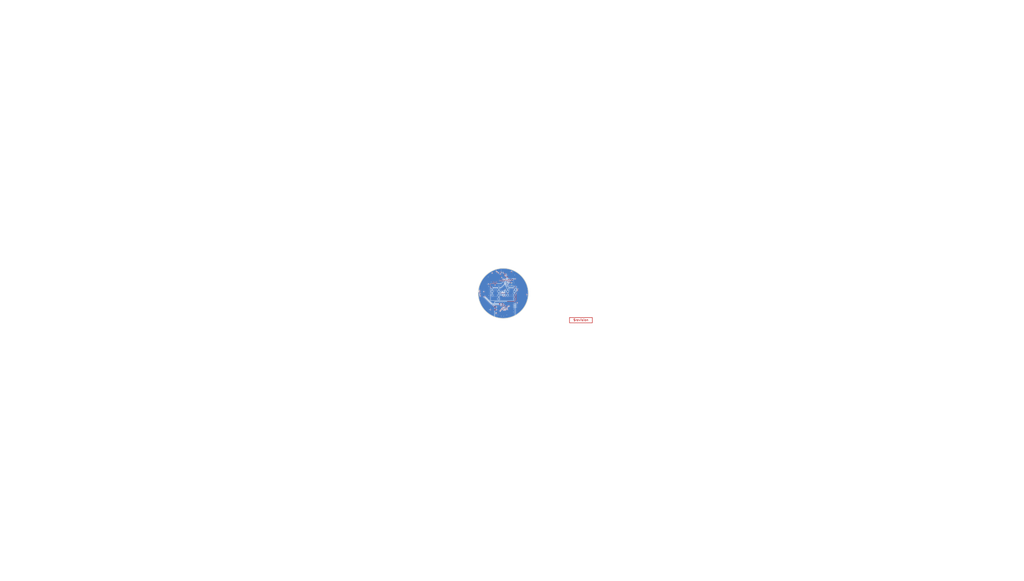
<source format=kicad_pcb>
(kicad_pcb (version 20241229) (generator "pcbnew") (generator_version "9.0")
  (title_block (title "Heartrate") (date "2025-07-13") (rev "${REVISION}") (comment 1 "${COMPANY}"))
  (layers (0 "F.Cu" signal) (4 "In1.Cu" power "Supply") (6 "In2.Cu" power "GND") (2 "B.Cu" signal) (13 "F.Paste" user) (15 "B.Paste" user) (5 "F.SilkS" user "F.Silkscreen") (7 "B.SilkS" user "B.Silkscreen") (1 "F.Mask" user) (3 "B.Mask" user) (25 "Edge.Cuts" user))
  (property "ASSEMBLY_NOTES" "ASSEMBLY NOTES (UNLESS OTHERWISE SPECIFIED)")
  (property "BOARD_NAME" "Extension-HW")
  (property "COMPANY" "ZSWatch")
  (property "DESIGNER" "Daniel Kampert")
  (property "FABRICATION_NOTES" "Empty")
  (property "GIT_HASH_PCB" "4ed5581")
  (property "GIT_HASH_SCH" "9639a43")
  (property "GIT_URL" "https://github.com/ZSWatch/Extension-HW")
  (property "PROJECT_NAME" "ZSWatch Extension-HW")
  (property "RELEASE_BODY_UNRELEASED" "Version Unreleased not found.")
  (property "RELEASE_BODY_xyz" "..")
  (property "RELEASE_DATE" "01-Sep-2025")
  (property "RELEASE_DATE_NUM" "2025-09-01")
  (property "RELEASE_TITLE_UNRELEASED" "Version Unreleased not found.")
  (property "RELEASE_TITLE_xyz" "..")
  (property "REVISION" "$revision")
  (property "SHEET_NAME_1" "Cover Page")
  (property "SHEET_NAME_10" "......................................")
  (property "SHEET_NAME_11" "......................................")
  (property "SHEET_NAME_12" "......................................")
  (property "SHEET_NAME_13" "......................................")
  (property "SHEET_NAME_14" "......................................")
  (property "SHEET_NAME_15" "......................................")
  (property "SHEET_NAME_16" "......................................")
  (property "SHEET_NAME_17" "......................................")
  (property "SHEET_NAME_18" "......................................")
  (property "SHEET_NAME_19" "......................................")
  (property "SHEET_NAME_2" "Block Diagram")
  (property "SHEET_NAME_20" "......................................")
  (property "SHEET_NAME_21" "......................................")
  (property "SHEET_NAME_22" "......................................")
  (property "SHEET_NAME_23" "......................................")
  (property "SHEET_NAME_24" "......................................")
  (property "SHEET_NAME_25" "......................................")
  (property "SHEET_NAME_26" "......................................")
  (property "SHEET_NAME_27" "......................................")
  (property "SHEET_NAME_28" "......................................")
  (property "SHEET_NAME_29" "......................................")
  (property "SHEET_NAME_3" "Power - Topology")
  (property "SHEET_NAME_30" "......................................")
  (property "SHEET_NAME_31" "......................................")
  (property "SHEET_NAME_32" "......................................")
  (property "SHEET_NAME_33" "......................................")
  (property "SHEET_NAME_34" "......................................")
  (property "SHEET_NAME_35" "......................................")
  (property "SHEET_NAME_36" "......................................")
  (property "SHEET_NAME_37" "......................................")
  (property "SHEET_NAME_38" "......................................")
  (property "SHEET_NAME_39" "......................................")
  (property "SHEET_NAME_4" "Project Architecture")
  (property "SHEET_NAME_40" "......................................")
  (property "SHEET_NAME_5" "Heartrate")
  (property "SHEET_NAME_6" "Audio")
  (property "SHEET_NAME_7" "Connectors")
  (property "SHEET_NAME_8" "Revision History")
  (property "SHEET_NAME_9" "......................................")
  (property "VARIANT" "PRELIMINARY")
  (net 0 "")
  (net 1 "GND")
  (net 2 "PD_GND")
  (net 3 "GNDA")
  (net 4 "VSYS")
  (net 5 "Net-(IC503-V_{REF})")
  (net 6 "Net-(D501-K)")
  (net 7 "Net-(D502-K)")
  (net 10 "Net-(IC503-LED3-DRV)")
  (net 11 "Net-(IC503-LED1-DRV)")
  (net 12 "Net-(IC503-LED2-DRV)")
  (net 14 "/Project Architecture/Audio/I2C_SCL")
  (net 15 "/Project Architecture/Audio/I2C_SDA")
  (net 16 "/Project Architecture/Connectors/~{RESET_{HR}}")
  (net 17 "/Project Architecture/Connectors/Status")
  (net 21 "Net-(IC501-V_{CORE})")
  (net 22 "Net-(IC601-VDIG)")
  (net 23 "Net-(IC601-VREF)")
  (net 24 "Net-(IC601-VMID)")
  (net 25 "Net-(IC601-DACREF)")
  (net 26 "Net-(IC601-HPCFP)")
  (net 27 "Net-(IC601-HPCFN)")
  (net 28 "Net-(IC601-HPCSN)")
  (net 29 "Net-(IC601-HPCSP)")
  (net 31 "Net-(IC601-SP_P)")
  (net 32 "/Project Architecture/Audio/SP-N")
  (net 33 "Net-(IC601-SP_N)")
  (net 34 "Net-(IC501-SCLK_{SENSOR})")
  (net 35 "/Project Architecture/Heartrate/INT_{ACC}")
  (net 36 "Net-(IC501-MOSI_{SENSOR})")
  (net 37 "Net-(IC501-CS_{PPG})")
  (net 40 "Net-(IC501-32k_{IN})")
  (net 41 "Net-(IC501-CS_{ACC})")
  (net 42 "Net-(IC501-INT_{PPG})")
  (net 43 "Net-(IC501-MISO_{SENSOR})")
  (net 44 "Net-(IC501-32k_{OUT})")
  (net 47 "/Project Architecture/Audio/I2S_DIN")
  (net 49 "/Project Architecture/Audio/I2S_BCLK")
  (net 50 "/Project Architecture/Audio/I2S_WCLK")
  (net 58 "/Project Architecture/Audio/I2S_MCLK")
  (net 66 "/Project Architecture/Audio/SP-P")
  (net 71 "/Project Architecture/Connectors/+1V8_HR")
  (net 72 "/Project Architecture/Audio/+1V8_PA")
  (footprint "Amphenol:101P014FB110" (layer "F.Cu") (at 211.8 149.7 -90)
    (property "Reference" "X702" (hide yes))
    (property "Value" "MB1" (hide yes))
  )
  (footprint "Capacitor_SMD:C_0201_0603Metric" (layer "F.Cu") (at 205.125 157.425 -90)
    (property "Reference" "C603" (hide yes))
    (property "Value" "1u" (hide yes))
  )
  (footprint "Capacitor_SMD:C_0201_0603Metric" (layer "F.Cu") (at 208.2925 142.6)
    (property "Reference" "C505" (hide yes))
    (property "Value" "10u" (hide yes))
  )
  (footprint "Capacitor_SMD:C_0201_0603Metric" (layer "F.Cu") (at 207.575 154.505 90)
    (property "Reference" "C608" (hide yes))
    (property "Value" "1u" (hide yes))
  )
  (footprint "Inductor_SMD:L_0201_0603Metric" (layer "F.Cu") (at 208 145.075 180)
    (property "Reference" "R502" (hide yes))
    (property "Value" "4k7" (hide yes))
  )
  (footprint "Capacitor_SMD:C_0201_0603Metric" (layer "F.Cu") (at 200.9 147.5 -135)
    (property "Reference" "C504" (hide yes))
    (property "Value" "1u" (hide yes))
  )
  (footprint "Capacitor_SMD:C_0201_0603Metric" (layer "F.Cu") (at 208.2925 143.393)
    (property "Reference" "C506" (hide yes))
    (property "Value" "100n" (hide yes))
  )
  (footprint "Capacitor_SMD:C_0201_0603Metric" (layer "F.Cu") (at 200.341835 146.929739 -135)
    (property "Reference" "C502" (hide yes))
    (property "Value" "1u" (hide yes))
  )
  (footprint "Capacitor_SMD:C_0201_0603Metric" (layer "F.Cu") (at 203.8 142.12 90)
    (property "Reference" "C503" (hide yes))
    (property "Value" "1u" (hide yes))
  )
  (footprint "Capacitor_SMD:C_0201_0603Metric" (layer "F.Cu") (at 205.375 154.125 90)
    (property "Reference" "C602" (hide yes))
    (property "Value" "1u" (hide yes))
  )
  (footprint "Inductor_SMD:L_0402_1005Metric" (layer "F.Cu") (at 201.525001 154.875 180)
    (property "Reference" "FB601" (hide yes))
    (property "Value" "FerriteBead" (hide yes))
  )
  (footprint "Crystal_Kampi:ECS_ECX-1210" (layer "F.Cu") (at 198.9 145.5 -135)
    (property "Reference" "Y501" (hide yes))
    (property "Value" "32kHz" (hide yes))
  )
  (footprint "Capacitor_SMD:C_0402_1005Metric" (layer "F.Cu") (at 208 146.7)
    (property "Reference" "C511" (hide yes))
    (property "Value" "22u" (hide yes))
  )
  (footprint "Analog Devices:MAX32664GTG" (layer "F.Cu") (at 202.053033 144.511434 -45)
    (property "Reference" "IC501" (hide yes))
    (property "Value" "MAX32664" (hide yes))
  )
  (footprint "Package_BGA_Kampi:WLCSP-34" (layer "F.Cu") (at 204.925 155.835 180)
    (property "Reference" "IC601" (hide yes))
    (property "Value" "DA7212-01UM2" (hide yes))
  )
  (footprint "Capacitor_SMD:C_0201_0603Metric" (layer "F.Cu") (at 205.825 157.425 -90)
    (property "Reference" "C604" (hide yes))
    (property "Value" "1u" (hide yes))
  )
  (footprint "Inductor_SMD:L_0402_1005Metric" (layer "F.Cu") (at 201.525001 155.875 180)
    (property "Reference" "FB602" (hide yes))
    (property "Value" "FerriteBead" (hide yes))
  )
  (footprint "Capacitor_SMD:C_0201_0603Metric" (layer "F.Cu") (at 207.974999 156.345)
    (property "Reference" "C610" (hide yes))
    (property "Value" "1u" (hide yes))
  )
  (footprint "Package_LGA:LGA-12_2x2mm_P0.5mm" (layer "F.Cu") (at 206.2625 143.35)
    (property "Reference" "IC502" (hide yes))
    (property "Value" "LIS2DS12" (hide yes))
  )
  (footprint "Capacitor_SMD:C_0201_0603Metric" (layer "F.Cu") (at 208.2925 144.193)
    (property "Reference" "C507" (hide yes))
    (property "Value" "100n" (hide yes))
  )
  (footprint "Capacitor_SMD:C_0201_0603Metric" (layer "F.Cu") (at 203.6 157.425 -90)
    (property "Reference" "C606" (hide yes))
    (property "Value" "4u7" (hide yes))
  )
  (footprint "Capacitor_SMD:C_0201_0603Metric" (layer "F.Cu") (at 203.7 154.125 90)
    (property "Reference" "C601" (hide yes))
    (property "Value" "1u" (hide yes))
  )
  (footprint "Capacitor_SMD:C_0201_0603Metric" (layer "F.Cu") (at 204.675 154.125 90)
    (property "Reference" "C605" (hide yes))
    (property "Value" "2u2" (hide yes))
  )
  (footprint "Amphenol:101P014FB110" (layer "F.Cu") (at 198.2 149.7 90)
    (property "Reference" "X701" (hide yes))
    (property "Value" "MB2" (hide yes))
  )
  (footprint "Capacitor_SMD:C_0201_0603Metric" (layer "F.Cu") (at 208 145.8)
    (property "Reference" "C510" (hide yes))
    (property "Value" "100n" (hide yes))
  )
  (footprint "Capacitor_SMD:C_0201_0603Metric" (layer "F.Cu") (at 207.975 155.625)
    (property "Reference" "C609" (hide yes))
    (property "Value" "1u" (hide yes))
  )
  (footprint "Capacitor_SMD:C_0201_0603Metric" (layer "F.Cu") (at 204.3 157.425 -90)
    (property "Reference" "C607" (hide yes))
    (property "Value" "4u7" (hide yes))
  )
  (footprint "Capacitor_SMD:C_0201_0603Metric" (layer "B.Cu") (at 208.1 145.2)
    (property "Reference" "C508" (hide yes))
    (property "Value" "10u" (hide yes))
  )
  (footprint "Capacitor_SMD:C_0201_0603Metric" (layer "B.Cu") (at 209.245 154.1 180)
    (property "Reference" "C611" (hide yes))
    (property "Value" "100n" (hide yes))
  )
  (footprint "Vishay:VEMD808x" (layer "B.Cu") (at 202.2 150 -90)
    (property "Reference" "D501" (hide yes))
    (property "Value" "VEMD8082" (hide yes))
  )
  (footprint "Resistor_SMD:R_0201_0603Metric" (layer "B.Cu") (at 209.245 154.9 180)
    (property "Reference" "R601" (hide yes))
    (property "Value" "0R" (hide yes))
  )
  (footprint "Resistor_SMD:R_0201_0603Metric" (layer "B.Cu") (at 202.5 146.4 90)
    (property "Reference" "R501" (hide yes))
    (property "Value" "~" (hide yes))
  )
  (footprint "Capacitor_SMD:C_0201_0603Metric" (layer "B.Cu") (at 201.55 146.4 90)
    (property "Reference" "C501" (hide yes))
    (property "Value" "~" (hide yes))
  )
  (footprint "Capacitor_SMD:C_0201_0603Metric" (layer "B.Cu") (at 204.155 145.4 180)
    (property "Reference" "C509" (hide yes))
    (property "Value" "1u" (hide yes))
  )
  (footprint "Osram:SFH7016" (layer "B.Cu") (at 205 150)
    (property "Reference" "LED501" (hide yes))
    (property "Value" "SFH7016" (hide yes))
  )
  (footprint "Package_BGA_Kampi:THIN-WLP-20_2.228x1.967mm_P0.4mm" (layer "B.Cu") (at 206.2 145.5 180)
    (property "Reference" "IC503" (hide yes))
    (property "Value" "MAX86141" (hide yes))
  )
  (footprint "Vishay:VEMD808x" (layer "B.Cu") (at 207.8 150 -90)
    (property "Reference" "D502" (hide yes))
    (property "Value" "VEMD8082" (hide yes))
  )
  (gr_rect (start 228.8 158.7) (end 237 160.6) (stroke (width 0.2)) (fill no) (layer "F.Cu"))
  (gr_circle (center 205 150) (end 214 150) (stroke (width 0.2)) (fill no) (layer "Edge.Cuts"))
  (gr_text "${REVISION}" (at 232.9 159.6 0) (layer "F.Cu") (effects (font (size 0.8 0.8) (thickness 0.12))))
  (segment (start 206.512258 144.112743) (end 206.512501 144.1125) (width 0.2) (layer "F.Cu") (net 1))
  (segment (start 199.6 144.066584) (end 200.04485 144.511434) (width 0.15) (layer "F.Cu") (net 1))
  (segment (start 200.647524 145.916942) (end 201.027728 145.536738) (width 0.15) (layer "F.Cu") (net 1))
  (segment (start 206.512501 144.1125) (end 207.0125 144.1125) (width 0.2) (layer "F.Cu") (net 1))
  (segment (start 204.275 141.675) (end 204.15 141.8) (width 0.15) (layer "F.Cu") (net 1))
  (segment (start 213.35 150.75) (end 213.5 150.9) (width 0.15) (layer "F.Cu") (net 1))
  (segment (start 206.5125 143.543) (end 206.512501 144.1125) (width 0.2) (layer "F.Cu") (net 1))
  (segment (start 208.6125 142.6) (end 208.6125 143.393) (width 0.4) (layer "F.Cu") (net 1))
  (segment (start 200.673726 147.714178) (end 200.115561 147.156013) (width 0.15) (layer "F.Cu") (net 1))
  (segment (start 200.673726 147.726274) (end 200.673726 147.714178) (width 0.15) (layer "F.Cu") (net 1))
  (segment (start 207.0125 144.1125) (end 207.025 144.1) (width 0.2) (layer "F.Cu") (net 1))
  (segment (start 208.9 146.28) (end 208.48 146.7) (width 0.15) (layer "F.Cu") (net 1))
  (segment (start 207.025 143.6) (end 207.025 144.1) (width 0.2) (layer "F.Cu") (net 1))
  (segment (start 208.6125 143.393) (end 209.1 143.393) (width 0.4) (layer "F.Cu") (net 1))
  (segment (start 199.737259 147.534314) (end 200.11556 147.156014) (width 0.2) (layer "F.Cu") (net 1))
  (segment (start 212.8075 150.75) (end 213.35 150.75) (width 0.15) (layer "F.Cu") (net 1))
  (segment (start 204.15 141.8) (end 203.8 141.8) (width 0.15) (layer "F.Cu") (net 1))
  (segment (start 199.8 150.75) (end 199.2075 150.75) (width 0.15) (layer "F.Cu") (net 1))
  (segment (start 208.75 145.8) (end 208.32 145.8) (width 0.15) (layer "F.Cu") (net 1))
  (segment (start 208.6125 143.393) (end 208.6125 144.193) (width 0.4) (layer "F.Cu") (net 1))
  (via (at 199.8 150.75) (size 0.35) (drill 0.15) (layers "F.Cu" "B.Cu") (net 1))
  (via (at 206.5125 143.543) (size 0.35) (drill 0.15) (layers "F.Cu" "B.Cu") (net 1))
  (via (at 209.1 143.393) (size 0.35) (drill 0.15) (layers "F.Cu" "B.Cu") (net 1))
  (via (at 208.75 145.8) (size 0.3024) (drill 0.15) (layers "F.Cu" "B.Cu") (net 1))
  (via (at 208.9 146.28) (size 0.35) (drill 0.15) (layers "F.Cu" "B.Cu") (net 1))
  (via (at 213.5 150.9) (size 0.35) (drill 0.15) (layers "F.Cu" "B.Cu") (net 1))
  (via (at 206.2 146.1) (size 0.3024) (drill 0.15) (layers "F.Cu" "B.Cu") (net 1))
  (via (at 204.275 141.675) (size 0.3024) (drill 0.15) (layers "F.Cu" "B.Cu") (net 1))
  (via (at 200.647524 145.916942) (size 0.3024) (drill 0.15) (layers "F.Cu" "B.Cu") (net 1))
  (via (at 199.6 144.066584) (size 0.3024) (drill 0.15) (layers "F.Cu" "B.Cu") (net 1))
  (via (at 199.737259 147.534314) (size 0.3024) (drill 0.15) (layers "F.Cu" "B.Cu") (net 1))
  (segment (start 206.2 145.7) (end 206.2 146.1) (width 0.15) (layer "B.Cu") (net 1))
  (via (at 208.325 150.625) (size 0.3024) (drill 0.15) (layers "F.Cu" "B.Cu") (net 2))
  (via (at 203.125 146.725) (size 0.3024) (drill 0.15) (layers "F.Cu" "B.Cu") (net 2))
  (via (at 202.7 148.525) (size 0.3024) (drill 0.15) (layers "F.Cu" "B.Cu") (net 2))
  (via (at 202.7 151.15) (size 0.3024) (drill 0.15) (layers "F.Cu" "B.Cu") (net 2))
  (via (at 203.125 147.25) (size 0.3024) (drill 0.15) (layers "F.Cu" "B.Cu") (net 2))
  (via (at 201.65 148.525) (size 0.3024) (drill 0.15) (layers "F.Cu" "B.Cu") (net 2))
  (via (at 204.175 146.725) (size 0.3024) (drill 0.15) (layers "F.Cu" "B.Cu") (net 2))
  (via (at 204.175 147.25) (size 0.3024) (drill 0.15) (layers "F.Cu" "B.Cu") (net 2))
  (via (at 207.275 151.15) (size 0.3024) (drill 0.15) (layers "F.Cu" "B.Cu") (net 2))
  (via (at 201.65 149.05) (size 0.3024) (drill 0.15) (layers "F.Cu" "B.Cu") (net 2))
  (via (at 207.8 150.625) (size 0.3024) (drill 0.15) (layers "F.Cu" "B.Cu") (net 2))
  (via (at 208.325 151.15) (size 0.3024) (drill 0.15) (layers "F.Cu" "B.Cu") (net 2))
  (via (at 208.325 150.1) (size 0.3024) (drill 0.15) (layers "F.Cu" "B.Cu") (net 2))
  (via (at 201.65 151.15) (size 0.3024) (drill 0.15) (layers "F.Cu" "B.Cu") (net 2))
  (via (at 202.175 151.15) (size 0.3024) (drill 0.15) (layers "F.Cu" "B.Cu") (net 2))
  (via (at 203.65 146.725) (size 0.3024) (drill 0.15) (layers "F.Cu" "B.Cu") (net 2))
  (via (at 207.275 148.525) (size 0.3024) (drill 0.15) (layers "F.Cu" "B.Cu") (net 2))
  (via (at 202.175 148.525) (size 0.3024) (drill 0.15) (layers "F.Cu" "B.Cu") (net 2))
  (via (at 207.275 149.05) (size 0.3024) (drill 0.15) (layers "F.Cu" "B.Cu") (net 2))
  (via (at 203.65 147.25) (size 0.3024) (drill 0.15) (layers "F.Cu" "B.Cu") (net 2))
  (via (at 202.175 149.05) (size 0.3024) (drill 0.15) (layers "F.Cu" "B.Cu") (net 2))
  (via (at 202.7 149.05) (size 0.3024) (drill 0.15) (layers "F.Cu" "B.Cu") (net 2))
  (via (at 207.8 151.15) (size 0.3024) (drill 0.15) (layers "F.Cu" "B.Cu") (net 2))
  (segment (start 206.3 157.745) (end 205.825 157.745) (width 0.15) (layer "F.Cu") (net 3))
  (segment (start 204.3 157.745) (end 204.3 158.2) (width 0.15) (layer "F.Cu") (net 3))
  (segment (start 204.675 153.805) (end 204.675 153.325001) (width 0.15) (layer "F.Cu") (net 3))
  (segment (start 205.124999 157.745) (end 205.125 158.225) (width 0.15) (layer "F.Cu") (net 3))
  (segment (start 203.7 153.805) (end 203.7 153.325) (width 0.15) (layer "F.Cu") (net 3))
  (segment (start 203.1 157.745) (end 203.6 157.745) (width 0.15) (layer "F.Cu") (net 3))
  (segment (start 208.649999 156.7) (end 208.294999 156.345) (width 0.15) (layer "F.Cu") (net 3))
  (segment (start 205.375 153.805) (end 205.375 153.325) (width 0.15) (layer "F.Cu") (net 3))
  (segment (start 208.295 155.625) (end 208.775 155.625) (width 0.15) (layer "F.Cu") (net 3))
  (via (at 206.3 157.745) (size 0.35) (drill 0.15) (layers "F.Cu" "B.Cu") (net 3))
  (via (at 206.675 156.005) (size 0.3024) (drill 0.15) (layers "F.Cu" "B.Cu") (net 3))
  (via (at 203.1 157.745) (size 0.35) (drill 0.15) (layers "F.Cu" "B.Cu") (net 3))
  (via (at 208.775 155.625) (size 0.35) (drill 0.15) (layers "F.Cu" "B.Cu") (net 3))
  (via (at 204.3 158.2) (size 0.35) (drill 0.15) (layers "F.Cu" "B.Cu") (net 3))
  (via (at 204.675 153.325001) (size 0.35) (drill 0.15) (layers "F.Cu" "B.Cu") (net 3))
  (via (at 208.649999 156.7) (size 0.35) (drill 0.15) (layers "F.Cu" "B.Cu") (net 3))
  (via (at 206.175 156.005) (size 0.3024) (drill 0.15) (layers "F.Cu" "B.Cu") (net 3))
  (via (at 205.125 158.225) (size 0.35) (drill 0.15) (layers "F.Cu" "B.Cu") (net 3))
  (via (at 204.675 156.005) (size 0.3024) (drill 0.15) (layers "F.Cu" "B.Cu") (net 3))
  (via (at 205.375 153.325) (size 0.35) (drill 0.15) (layers "F.Cu" "B.Cu") (net 3))
  (via (at 203.7 153.325) (size 0.35) (drill 0.15) (layers "F.Cu" "B.Cu") (net 3))
  (segment (start 203.6 157.105) (end 204.3 157.105) (width 0.15) (layer "F.Cu") (net 4))
  (segment (start 202.900001 157.105001) (end 203.6 157.105) (width 0.15) (layer "F.Cu") (net 4))
  (segment (start 202.5 157.105) (end 202.9 157.105) (width 0.15) (layer "F.Cu") (net 4))
  (segment (start 202.9 157.105) (end 202.900001 157.105001) (width 0.15) (layer "F.Cu") (net 4))
  (segment (start 196.939824 150.75) (end 197.1925 150.75) (width 0.15) (layer "F.Cu") (net 4))
  (segment (start 209.3 147.8) (end 207.1 150) (width 0.15) (layer "F.Cu") (net 4))
  (segment (start 196.690194 150.99963) (end 196.939824 150.75) (width 0.15) (layer "F.Cu") (net 4))
  (segment (start 204.3 156.47) (end 204.3 157.105) (width 0.15) (layer "F.Cu") (net 4))
  (segment (start 207.1 150) (end 204.15 150) (width 0.15) (layer "F.Cu") (net 4))
  (segment (start 204.299999 157.105001) (end 204.3 157.105) (width 0.15) (layer "F.Cu") (net 4))
  (segment (start 204.425 156.345) (end 204.3 156.47) (width 0.15) (layer "F.Cu") (net 4))
  (segment (start 209.3 144.8) (end 209.3 147.8) (width 0.15) (layer "F.Cu") (net 4))
  (via (at 196.690194 150.99963) (size 0.35) (drill 0.15) (layers "F.Cu" "B.Cu") (net 4))
  (via (at 209.3 144.8) (size 0.35) (drill 0.15) (layers "F.Cu" "B.Cu") (net 4))
  (via (at 202.5 157.105) (size 0.35) (drill 0.15) (layers "F.Cu" "B.Cu") (net 4))
  (via (at 204.15 150) (size 0.35) (drill 0.15) (layers "F.Cu" "B.Cu") (net 4))
  (segment (start 204.35 150.575) (end 204.35 150.2) (width 0.15) (layer "B.Cu") (net 4))
  (segment (start 204.35 150.2) (end 204.15 150) (width 0.15) (layer "B.Cu") (net 4))
  (segment (start 205.55 150) (end 205.65 149.9) (width 0.15) (layer "B.Cu") (net 4))
  (segment (start 204.15 150) (end 205.55 150) (width 0.15) (layer "B.Cu") (net 4))
  (segment (start 207 144.9) (end 207.48 144.9) (width 0.15) (layer "B.Cu") (net 4))
  (segment (start 205.65 149.9) (end 205.65 149.425) (width 0.15) (layer "B.Cu") (net 4))
  (segment (start 207.48 144.9) (end 207.78 145.2) (width 0.15) (layer "B.Cu") (net 4))
  (segment (start 209.3 144.8) (end 208.18 144.8) (width 0.15) (layer "B.Cu") (net 4))
  (segment (start 208.18 144.8) (end 207.78 145.2) (width 0.15) (layer "B.Cu") (net 4))
  (segment (start 205 145.3) (end 204.9 145.4) (width 0.15) (layer "B.Cu") (net 5))
  (segment (start 204.9 145.4) (end 204.475 145.4) (width 0.15) (layer "B.Cu") (net 5))
  (segment (start 205.4 145.3) (end 205 145.3) (width 0.15) (layer "B.Cu") (net 5))
  (segment (start 205.4 146.1) (end 205.4 146.8) (width 0.15) (layer "B.Cu") (net 6))
  (segment (start 201.01 149.31) (end 201.01 148) (width 0.15) (layer "B.Cu") (net 6))
  (segment (start 203.39 148) (end 203.39 149.31) (width 0.15) (layer "B.Cu") (net 6))
  (segment (start 201.01 148) (end 203.39 148) (width 0.15) (layer "B.Cu") (net 6))
  (segment (start 204.2 148) (end 203.39 148) (width 0.15) (layer "B.Cu") (net 6))
  (segment (start 203.39 150.69) (end 203.39 152) (width 0.15) (layer "B.Cu") (net 6))
  (segment (start 203.39 149.31) (end 203.39 150.69) (width 0.15) (layer "B.Cu") (net 6))
  (segment (start 205.4 146.8) (end 204.2 148) (width 0.15) (layer "B.Cu") (net 6))
  (segment (start 201.01 150.69) (end 201.01 149.31) (width 0.15) (layer "B.Cu") (net 6))
  (segment (start 206.61 150.69) (end 206.61 149.31) (width 0.15) (layer "B.Cu") (net 7))
  (segment (start 206.6 148) (end 206.61 148) (width 0.15) (layer "B.Cu") (net 7))
  (segment (start 206.61 149.31) (end 206.61 148) (width 0.15) (layer "B.Cu") (net 7))
  (segment (start 208.99 150.69) (end 208.99 149.6) (width 0.15) (layer "B.Cu") (net 7))
  (segment (start 205.8 146.1) (end 205.8 147.2) (width 0.15) (layer "B.Cu") (net 7))
  (segment (start 206.61 148) (end 208.99 148) (width 0.15) (layer "B.Cu") (net 7))
  (segment (start 205.8 147.2) (end 206.6 148) (width 0.15) (layer "B.Cu") (net 7))
  (segment (start 208.99 152) (end 208.99 150.69) (width 0.15) (layer "B.Cu") (net 7))
  (segment (start 208.99 149.31) (end 208.99 148) (width 0.15) (layer "B.Cu") (net 7))
  (via (at 205.6875 148.7375) (size 0.3024) (drill 0.15) (layers "F.Cu" "B.Cu") (net 10))
  (via (at 207.290354 145.46079) (size 0.3024) (drill 0.15) (layers "F.Cu" "B.Cu") (net 10))
  (segment (start 207.129564 145.3) (end 207.290354 145.46079) (width 0.15) (layer "B.Cu") (net 10))
  (segment (start 207 145.3) (end 207.129564 145.3) (width 0.15) (layer "B.Cu") (net 10))
  (segment (start 205.6875 148.7375) (end 205 149.425) (width 0.15) (layer "B.Cu") (net 10))
  (via (at 206.6 146.8) (size 0.3024) (drill 0.15) (layers "F.Cu" "B.Cu") (net 11))
  (via (at 205 151) (size 0.35) (drill 0.15) (layers "F.Cu" "B.Cu") (net 11))
  (segment (start 205 150.575) (end 205 151) (width 0.15) (layer "B.Cu") (net 11))
  (segment (start 206.6 146.8) (end 206.6 146.764154) (width 0.15) (layer "B.Cu") (net 11))
  (segment (start 207 146.364154) (end 207 146.1) (width 0.15) (layer "B.Cu") (net 11))
  (segment (start 206.6 146.764154) (end 207 146.364154) (width 0.15) (layer "B.Cu") (net 11))
  (via (at 208 146.2) (size 0.3024) (drill 0.15) (layers "F.Cu" "B.Cu") (net 12))
  (via (at 205.65 151) (size 0.35) (drill 0.15) (layers "F.Cu" "B.Cu") (net 12))
  (segment (start 208.0062 146.2) (end 207.525679 146.2) (width 0.15) (layer "B.Cu") (net 12))
  (segment (start 207.525679 146.2) (end 207.025679 145.7) (width 0.15) (layer "B.Cu") (net 12))
  (segment (start 207.025679 145.7) (end 207 145.7) (width 0.15) (layer "B.Cu") (net 12))
  (segment (start 205.65 151) (end 205.65 150.575) (width 0.15) (layer "B.Cu") (net 12))
  (segment (start 202.9 142.533096) (end 202.512652 142.920444) (width 0.15) (layer "F.Cu") (net 14))
  (segment (start 202.9 142.372581) (end 202.9 142.533096) (width 0.15) (layer "F.Cu") (net 14))
  (segment (start 198.030659 151.230659) (end 198.0162 151.2162) (width 0.15) (layer "F.Cu") (net 14))
  (segment (start 196.477514 149.527511) (end 196.477514 149.522488) (width 0.15) (layer "F.Cu") (net 14))
  (segment (start 196.650001 149.350001) (end 197.1925 149.350001) (width 0.15) (layer "F.Cu") (net 14))
  (segment (start 196.477514 149.522488) (end 196.650001 149.350001) (width 0.15) (layer "F.Cu") (net 14))
  (segment (start 198.0162 151.2162) (end 198.0162 149.4) (width 0.15) (layer "F.Cu") (net 14))
  (via (at 196.477514 149.527511) (size 0.35) (drill 0.15) (layers "F.Cu" "B.Cu") (net 14))
  (via (at 198.030659 151.230659) (size 0.3024) (drill 0.15) (layers "F.Cu" "B.Cu") (net 14))
  (via (at 205.175 155.325) (size 0.3024) (drill 0.15) (layers "F.Cu" "B.Cu") (net 14))
  (via (at 202.9 142.372581) (size 0.3024) (drill 0.15) (layers "F.Cu" "B.Cu") (net 14))
  (via (at 198.0162 149.4) (size 0.3024) (drill 0.15) (layers "F.Cu" "B.Cu") (net 14))
  (segment (start 205.426 155.074) (end 205.175 155.325) (width 0.15) (layer "B.Cu") (net 14))
  (segment (start 198.030659 151.230659) (end 200.8 154) (width 0.15) (layer "B.Cu") (net 14))
  (segment (start 200.8 154) (end 204.746389 154) (width 0.15) (layer "B.Cu") (net 14))
  (segment (start 205.426 154.679611) (end 205.426 155.074) (width 0.15) (layer "B.Cu") (net 14))
  (segment (start 204.746389 154) (end 205.426 154.679611) (width 0.15) (layer "B.Cu") (net 14))
  (segment (start 197.1925 149.7) (end 196.8 149.7) (width 0.15) (layer "F.Cu") (net 15))
  (segment (start 196.8 149.7) (end 196.5 150) (width 0.15) (layer "F.Cu") (net 15))
  (segment (start 202.795495 143.203286) (end 202.796714 143.203286) (width 0.15) (layer "F.Cu") (net 15))
  (segment (start 202.796714 143.203286) (end 203.3 142.7) (width 0.15) (layer "F.Cu") (net 15))
  (via (at 203.3 142.7) (size 0.3024) (drill 0.15) (layers "F.Cu" "B.Cu") (net 15))
  (via (at 196.5 150) (size 0.35) (drill 0.15) (layers "F.Cu" "B.Cu") (net 15))
  (via (at 198.448798 151.1) (size 0.3024) (drill 0.15) (layers "F.Cu" "B.Cu") (net 15))
  (via (at 204.925 155.665) (size 0.3024) (drill 0.15) (layers "F.Cu" "B.Cu") (net 15))
  (segment (start 204.925 155.665) (end 205.335 155.665) (width 0.15) (layer "B.Cu") (net 15))
  (segment (start 204.801357 153.7) (end 201.048798 153.7) (width 0.15) (layer "B.Cu") (net 15))
  (segment (start 205.677 155.323) (end 205.677 154.575643) (width 0.15) (layer "B.Cu") (net 15))
  (segment (start 205.677 154.575643) (end 204.801357 153.7) (width 0.15) (layer "B.Cu") (net 15))
  (segment (start 205.335 155.665) (end 205.677 155.323) (width 0.15) (layer "B.Cu") (net 15))
  (segment (start 201.048798 153.7) (end 198.448798 151.1) (width 0.15) (layer "B.Cu") (net 15))
  (segment (start 196.873 148.65) (end 196.7 148.477) (width 0.15) (layer "F.Cu") (net 16))
  (segment (start 196.7 147.5) (end 197.8 146.4) (width 0.15) (layer "F.Cu") (net 16))
  (segment (start 200.149612 143.739384) (end 200.462043 144.051815) (width 0.15) (layer "F.Cu") (net 16))
  (segment (start 197.8 145.403853) (end 199.464469 143.739384) (width 0.15) (layer "F.Cu") (net 16))
  (segment (start 199.464469 143.739384) (end 200.149612 143.739384) (width 0.15) (layer "F.Cu") (net 16))
  (segment (start 196.7 148.477) (end 196.7 147.5) (width 0.15) (layer "F.Cu") (net 16))
  (segment (start 197.1925 148.65) (end 196.873 148.65) (width 0.15) (layer "F.Cu") (net 16))
  (segment (start 197.8 146.4) (end 197.8 145.403853) (width 0.15) (layer "F.Cu") (net 16))
  (segment (start 202.1 142.456284) (end 202.053033 142.503251) (width 0.15) (layer "F.Cu") (net 17))
  (segment (start 197.1925 149) (end 196.5 149) (width 0.15) (layer "F.Cu") (net 17))
  (segment (start 202.5 142.056284) (end 202.053033 142.503251) (width 0.15) (layer "F.Cu") (net 17))
  (via (at 202.5 142.056284) (size 0.3024) (drill 0.15) (layers "F.Cu" "B.Cu") (net 17))
  (via (at 196.5 149) (size 0.35) (drill 0.15) (layers "F.Cu" "B.Cu") (net 17))
  (segment (start 201.363602 146.332236) (end 201.363605 146.332237) (width 0.15) (layer "F.Cu") (net 21))
  (segment (start 201.261074 147.138926) (end 201.261074 146.434763) (width 0.15) (layer "F.Cu") (net 21))
  (segment (start 201.593414 146.102427) (end 201.593414 146.102425) (width 0.15) (layer "F.Cu") (net 21))
  (segment (start 201.261074 146.434763) (end 201.363602 146.332236) (width 0.15) (layer "F.Cu") (net 21))
  (segment (start 201.126274 147.273726) (end 201.261074 147.138926) (width 0.15) (layer "F.Cu") (net 21))
  (segment (start 201.363605 146.332237) (end 201.593414 146.102427) (width 0.15) (layer "F.Cu") (net 21))
  (segment (start 203.7 154.445) (end 203.7 154.85) (width 0.15) (layer "F.Cu") (net 22))
  (segment (start 203.7 154.85) (end 204.175 155.325) (width 0.15) (layer "F.Cu") (net 22))
  (segment (start 205.075 154.825) (end 205.075 154.745) (width 0.15) (layer "F.Cu") (net 23))
  (segment (start 205.075 154.745) (end 205.375 154.445) (width 0.15) (layer "F.Cu") (net 23))
  (via (at 205.175 156.005) (size 0.3024) (drill 0.15) (layers "F.Cu" "B.Cu") (net 23))
  (via (at 205.075 154.825) (size 0.35) (drill 0.15) (layers "F.Cu" "B.Cu") (net 23))
  (segment (start 205.125 156.544999) (end 204.925 156.344999) (width 0.15) (layer "F.Cu") (net 24))
  (segment (start 205.125 157.105) (end 205.125 156.544999) (width 0.15) (layer "F.Cu") (net 24))
  (segment (start 205.825 157.045) (end 205.825 157.105) (width 0.15) (layer "F.Cu") (net 25))
  (segment (start 205.425 156.345) (end 205.825 156.745) (width 0.15) (layer "F.Cu") (net 25))
  (segment (start 205.825 156.745) (end 205.825 157.105) (width 0.15) (layer "F.Cu") (net 25))
  (segment (start 207.075 155.325) (end 207.575 154.825) (width 0.15) (layer "F.Cu") (net 26))
  (segment (start 206.675 155.325) (end 207.075 155.325) (width 0.15) (layer "F.Cu") (net 26))
  (segment (start 207.075 154.525) (end 207.415 154.185) (width 0.15) (layer "F.Cu") (net 27))
  (segment (start 207.415 154.185) (end 207.575 154.185) (width 0.15) (layer "F.Cu") (net 27))
  (via (at 207.075 154.525) (size 0.35) (drill 0.15) (layers "F.Cu" "B.Cu") (net 27))
  (via (at 206.425 155.665) (size 0.3024) (drill 0.15) (layers "F.Cu" "B.Cu") (net 27))
  (segment (start 207.275 155.625) (end 207.235 155.665) (width 0.15) (layer "F.Cu") (net 28))
  (segment (start 207.235 155.665) (end 206.925 155.665) (width 0.15) (layer "F.Cu") (net 28))
  (segment (start 207.655 155.625) (end 207.275 155.625) (width 0.15) (layer "F.Cu") (net 28))
  (segment (start 206.925 156.345) (end 207.655 156.345) (width 0.15) (layer "F.Cu") (net 29))
  (segment (start 202.525 154.875) (end 202.01 154.875) (width 0.15) (layer "F.Cu") (net 31))
  (via (at 202.525 154.875) (size 0.35) (drill 0.15) (layers "F.Cu" "B.Cu") (net 31))
  (via (at 204.175 156.005) (size 0.3024) (drill 0.15) (layers "F.Cu" "B.Cu") (net 31))
  (segment (start 210.1 148.4) (end 210.35 148.65) (width 0.2) (layer "F.Cu") (net 32))
  (segment (start 200.4 155.875) (end 201.040001 155.875) (width 0.15) (layer "F.Cu") (net 32))
  (segment (start 210.35 148.65) (end 210.7925 148.65) (width 0.2) (layer "F.Cu") (net 32))
  (via (at 210.1 148.4) (size 0.35) (drill 0.15) (layers "F.Cu" "B.Cu") (net 32))
  (via (at 200.4 155.875) (size 0.35) (drill 0.15) (layers "F.Cu" "B.Cu") (net 32))
  (segment (start 202.525001 155.875) (end 202.010001 155.875) (width 0.15) (layer "F.Cu") (net 33))
  (via (at 203.925 156.345) (size 0.3024) (drill 0.15) (layers "F.Cu" "B.Cu") (net 33))
  (via (at 202.525001 155.875) (size 0.35) (drill 0.15) (layers "F.Cu" "B.Cu") (net 33))
  (segment (start 204.17713 144.511435) (end 204.061217 144.511435) (width 0.15) (layer "F.Cu") (net 34))
  (segment (start 205.5 142.6) (end 205 142.6) (width 0.15) (layer "F.Cu") (net 34))
  (segment (start 204.388565 144.3) (end 204.17713 144.511435) (width 0.15) (layer "F.Cu") (net 34))
  (via (at 204.388565 144.3) (size 0.3024) (drill 0.15) (layers "F.Cu" "B.Cu") (net 34))
  (via (at 205 142.6) (size 0.35) (drill 0.15) (layers "F.Cu" "B.Cu") (net 34))
  (segment (start 205 142.6) (end 206.6 144.2) (width 0.15) (layer "B.Cu") (net 34))
  (segment (start 206.6 144.2) (end 206.6 144.9) (width 0.15) (layer "B.Cu") (net 34))
  (segment (start 206.0125 143.112498) (end 206.0125 142.5875) (width 0.15) (layer "F.Cu") (net 35))
  (segment (start 202.053033 146.929741) (end 202.053033 146.519619) (width 0.15) (layer "F.Cu") (net 35))
  (segment (start 206.012502 143.1125) (end 206.0125 143.112498) (width 0.15) (layer "F.Cu") (net 35))
  (via (at 206.012502 143.1125) (size 0.35) (drill 0.15) (layers "F.Cu" "B.Cu") (net 35))
  (via (at 202.053033 146.929741) (size 0.3024) (drill 0.15) (layers "F.Cu" "B.Cu") (net 35))
  (segment (start 205.5 144.6) (end 205.8 144.9) (width 0.15) (layer "F.Cu") (net 36))
  (segment (start 205.5 144.1) (end 205.5 144.6) (width 0.15) (layer "F.Cu") (net 36))
  (segment (start 203.644023 144.051815) (end 203.895838 143.8) (width 0.15) (layer "F.Cu") (net 36))
  (segment (start 204.8 144.1) (end 205.5 144.1) (width 0.15) (layer "F.Cu") (net 36))
  (segment (start 203.895838 143.8) (end 204.5 143.8) (width 0.15) (layer "F.Cu") (net 36))
  (segment (start 204.5 143.8) (end 204.8 144.1) (width 0.15) (layer "F.Cu") (net 36))
  (via (at 205.8 144.9) (size 0.3024) (drill 0.15) (layers "F.Cu" "B.Cu") (net 36))
  (segment (start 203.855379 145.182409) (end 203.644023 144.971053) (width 0.15) (layer "F.Cu") (net 37))
  (segment (start 204.9 144.9) (end 204.617591 145.182409) (width 0.15) (layer "F.Cu") (net 37))
  (segment (start 204.617591 145.182409) (end 203.855379 145.182409) (width 0.15) (layer "F.Cu") (net 37))
  (via (at 204.9 144.9) (size 0.3024) (drill 0.15) (layers "F.Cu" "B.Cu") (net 37))
  (segment (start 204.9 144.9) (end 205.4 144.9) (width 0.15) (layer "B.Cu") (net 37))
  (segment (start 199.896619 146.1) (end 198.916636 146.1) (width 0.15) (layer "F.Cu") (net 40))
  (segment (start 200.744885 145.253896) (end 200.742723 145.253896) (width 0.15) (layer "F.Cu") (net 40))
  (segment (start 200.742723 145.253896) (end 199.896619 146.1) (width 0.15) (layer "F.Cu") (net 40))
  (segment (start 198.916636 146.1) (end 198.608318 145.791682) (width 0.15) (layer "F.Cu") (net 40))
  (segment (start 201.341695 142.668723) (end 201.593415 142.920443) (width 0.15) (layer "F.Cu") (net 41))
  (segment (start 205.5 143.1) (end 204 143.1) (width 0.15) (layer "F.Cu") (net 41))
  (segment (start 201.006169 142.668723) (end 201.341695 142.668723) (width 0.15) (layer "F.Cu") (net 41))
  (via (at 201.006169 142.668723) (size 0.3024) (drill 0.15) (layers "F.Cu" "B.Cu") (net 41))
  (via (at 204 143.1) (size 0.35) (drill 0.15) (layers "F.Cu" "B.Cu") (net 41))
  (segment (start 205 145.6) (end 205.3 145.3) (width 0.15) (layer "F.Cu") (net 42))
  (segment (start 203.18622 146.31378) (end 203.9 145.6) (width 0.15) (layer "F.Cu") (net 42))
  (segment (start 203.9 145.6) (end 205 145.6) (width 0.15) (layer "F.Cu") (net 42))
  (segment (start 202.724008 146.31378) (end 203.18622 146.31378) (width 0.15) (layer "F.Cu") (net 42))
  (segment (start 206.825 145.075) (end 207.68 145.075) (width 0.15) (layer "F.Cu") (net 42))
  (segment (start 205.3 145.3) (end 206.6 145.3) (width 0.15) (layer "F.Cu") (net 42))
  (segment (start 202.512652 146.102424) (end 202.724008 146.31378) (width 0.15) (layer "F.Cu") (net 42))
  (segment (start 206.6 145.3) (end 206.825 145.075) (width 0.15) (layer "F.Cu") (net 42))
  (via (at 206.6 145.3) (size 0.3024) (drill 0.15) (layers "F.Cu" "B.Cu") (net 42))
  (segment (start 204.7 143.6) (end 205.5 143.6) (width 0.15) (layer "F.Cu") (net 43))
  (segment (start 204.6 143.5) (end 204.7 143.6) (width 0.15) (layer "F.Cu") (net 43))
  (segment (start 203.361181 143.768972) (end 203.630153 143.5) (width 0.15) (layer "F.Cu") (net 43))
  (segment (start 203.630153 143.5) (end 204.6 143.5) (width 0.15) (layer "F.Cu") (net 43))
  (via (at 205.5 143.6) (size 0.3024) (drill 0.15) (layers "F.Cu" "B.Cu") (net 43))
  (segment (start 206.2 144.3) (end 205.5 143.6) (width 0.15) (layer "B.Cu") (net 43))
  (segment (start 206.2 144.9) (end 206.2 144.3) (width 0.15) (layer "B.Cu") (net 43))
  (segment (start 200.462042 144.971052) (end 200.224776 145.208318) (width 0.15) (layer "F.Cu") (net 44))
  (segment (start 200.224776 145.208318) (end 199.191682 145.208318) (width 0.15) (layer "F.Cu") (net 44))
  (segment (start 209.048 153.452) (end 209.65 152.85) (width 0.15) (layer "F.Cu") (net 47))
  (segment (start 206.575 153.925) (end 207.048 153.452) (width 0.15) (layer "F.Cu") (net 47))
  (segment (start 207.048 153.452) (end 209.048 153.452) (width 0.15) (layer "F.Cu") (net 47))
  (segment (start 206.575 154.825) (end 206.575 153.925) (width 0.15) (layer "F.Cu") (net 47))
  (segment (start 209.65 150.75) (end 209.65 152.85) (width 0.15) (layer "F.Cu") (net 47))
  (segment (start 210.35 150.05) (end 209.65 150.75) (width 0.15) (layer "F.Cu") (net 47))
  (segment (start 210.7925 150.05) (end 210.35 150.05) (width 0.15) (layer "F.Cu") (net 47))
  (via (at 205.925 155.665) (size 0.3024) (drill 0.15) (layers "F.Cu" "B.Cu") (net 47))
  (via (at 206.575 154.825) (size 0.35) (drill 0.15) (layers "F.Cu" "B.Cu") (net 47))
  (segment (start 206.575 154.825) (end 205.925 155.475) (width 0.15) (layer "B.Cu") (net 47))
  (segment (start 205.925 155.475) (end 205.925 155.665) (width 0.15) (layer "B.Cu") (net 47))
  (segment (start 206.699 153.201) (end 206.175 153.725) (width 0.15) (layer "F.Cu") (net 49))
  (segment (start 209.4 152.7) (end 208.899 153.201) (width 0.15) (layer "F.Cu") (net 49))
  (segment (start 206.175 153.725) (end 206.175 155.325) (width 0.15) (layer "F.Cu") (net 49))
  (segment (start 208.899 153.201) (end 206.699 153.201) (width 0.15) (layer "F.Cu") (net 49))
  (segment (start 209.4 150.6) (end 209.4 152.7) (width 0.15) (layer "F.Cu") (net 49))
  (segment (start 210.3 149.7) (end 209.4 150.6) (width 0.15) (layer "F.Cu") (net 49))
  (segment (start 210.7925 149.7) (end 210.3 149.7) (width 0.15) (layer "F.Cu") (net 49))
  (segment (start 210.049999 149.350001) (end 210.7925 149.350001) (width 0.15) (layer "F.Cu") (net 50))
  (segment (start 209.1 152.6) (end 209.1 150.3) (width 0.15) (layer "F.Cu") (net 50))
  (segment (start 205.9 155.1) (end 205.9 153.575) (width 0.15) (layer "F.Cu") (net 50))
  (segment (start 208.75 152.95) (end 209.1 152.6) (width 0.15) (layer "F.Cu") (net 50))
  (segment (start 205.675 155.325) (end 205.9 155.1) (width 0.15) (layer "F.Cu") (net 50))
  (segment (start 206.525 152.95) (end 208.75 152.95) (width 0.15) (layer "F.Cu") (net 50))
  (segment (start 205.9 153.575) (end 206.525 152.95) (width 0.15) (layer "F.Cu") (net 50))
  (segment (start 209.1 150.3) (end 210.049999 149.350001) (width 0.15) (layer "F.Cu") (net 50))
  (segment (start 210.354968 150.4) (end 210.7925 150.4) (width 0.15) (layer "F.Cu") (net 58))
  (segment (start 210 153.375) (end 210 150.754968) (width 0.15) (layer "F.Cu") (net 58))
  (segment (start 210 150.754968) (end 210.354968 150.4) (width 0.15) (layer "F.Cu") (net 58))
  (via (at 204.425 155.665) (size 0.3024) (drill 0.15) (layers "F.Cu" "B.Cu") (net 58))
  (via (at 210 153.375) (size 0.35) (drill 0.15) (layers "F.Cu" "B.Cu") (net 58))
  (segment (start 210.7925 149) (end 210.1 149) (width 0.2) (layer "F.Cu") (net 66))
  (segment (start 201.440001 154.475) (end 201.040001 154.875) (width 0.15) (layer "F.Cu") (net 66))
  (via (at 201.440001 154.475) (size 0.35) (drill 0.15) (layers "F.Cu" "B.Cu") (net 66))
  (via (at 210.1 149) (size 0.35) (drill 0.15) (layers "F.Cu" "B.Cu") (net 66))
  (segment (start 207.025 143.1) (end 207.52 143.1) (width 0.15) (layer "F.Cu") (net 71))
  (segment (start 207.972501 142.6) (end 207.025 142.6) (width 0.15) (layer "F.Cu") (net 71))
  (segment (start 201 146.130153) (end 201.31057 145.819583) (width 0.15) (layer "F.Cu") (net 71))
  (segment (start 207.9725 142.2) (end 207.972501 142.200001) (width 0.15) (layer "F.Cu") (net 71))
  (segment (start 207.9725 144.193001) (end 207.9725 143.393) (width 0.15) (layer "F.Cu") (net 71))
  (segment (start 207.68 145.715) (end 208.32 145.075) (width 0.15) (layer "F.Cu") (net 71))
  (segment (start 207.68 146.02) (end 207.68 145.8) (width 0.15) (layer "F.Cu") (net 71))
  (segment (start 197.1925 150.4) (end 196.7 150.4) (width 0.15) (layer "F.Cu") (net 71))
  (segment (start 206.9 145.8) (end 207.68 145.8) (width 0.15) (layer "F.Cu") (net 71))
  (segment (start 207.9725 143.393) (end 207.972501 142.6) (width 0.15) (layer "F.Cu") (net 71))
  (segment (start 206.602395 145.702417) (end 206.802417 145.702417) (width 0.15) (layer "F.Cu") (net 71))
  (segment (start 206.802417 145.702417) (end 206.9 145.8) (width 0.15) (layer "F.Cu") (net 71))
  (segment (start 207.52 146.7) (end 207.52 146.18) (width 0.15) (layer "F.Cu") (net 71))
  (segment (start 207.813 143.393) (end 207.9725 143.393) (width 0.15) (layer "F.Cu") (net 71))
  (segment (start 203.8 142.44) (end 203.8 142.764469) (width 0.2) (layer "F.Cu") (net 71))
  (segment (start 201.31057 145.819583) (end 201.310572 145.819583) (width 0.15) (layer "F.Cu") (net 71))
  (segment (start 207.972501 142.200001) (end 207.972501 142.6) (width 0.15) (layer "F.Cu") (net 71))
  (segment (start 196.7 150.4) (end 196.6 150.5) (width 0.15) (layer "F.Cu") (net 71))
  (segment (start 199.703465 146.703465) (end 199.7 146.7) (width 0.15) (layer "F.Cu") (net 71))
  (segment (start 207.52 143.1) (end 207.813 143.393) (width 0.15) (layer "F.Cu") (net 71))
  (segment (start 200.568109 146.703465) (end 201 146.271574) (width 0.15) (layer "F.Cu") (net 71))
  (segment (start 203.8 142.764469) (end 203.078338 143.486131) (width 0.2) (layer "F.Cu") (net 71))
  (segment (start 201 146.271574) (end 201 146.130153) (width 0.15) (layer "F.Cu") (net 71))
  (segment (start 207.68 145.8) (end 207.68 145.69) (width 0.15) (layer "F.Cu") (net 71))
  (segment (start 207.68 145.8) (end 207.68 145.715) (width 0.15) (layer "F.Cu") (net 71))
  (segment (start 200.568109 146.703465) (end 199.703465 146.703465) (width 0.15) (layer "F.Cu") (net 71))
  (segment (start 207.52 146.18) (end 207.68 146.02) (width 0.15) (layer "F.Cu") (net 71))
  (segment (start 204.25 142.44) (end 203.8 142.44) (width 0.15) (layer "F.Cu") (net 71))
  (via (at 199.7 146.7) (size 0.35) (drill 0.15) (layers "F.Cu" "B.Cu") (net 71))
  (via (at 207.9725 142.2) (size 0.35) (drill 0.15) (layers "F.Cu" "B.Cu") (net 71))
  (via (at 196.6 150.5) (size 0.35) (drill 0.15) (layers "F.Cu" "B.Cu") (net 71))
  (via (at 206.602395 145.702417) (size 0.3024) (drill 0.15) (layers "F.Cu" "B.Cu") (net 71))
  (via (at 204.25 142.44) (size 0.35) (drill 0.15) (layers "F.Cu" "B.Cu") (net 71))
  (segment (start 206.6 145.7) (end 206.6 146.1) (width 0.15) (layer "B.Cu") (net 71))
  (segment (start 206.6 145.700022) (end 206.602395 145.702417) (width 0.15) (layer "B.Cu") (net 71))
  (segment (start 206.6 145.7) (end 206.6 145.700022) (width 0.15) (layer "B.Cu") (net 71))
  (segment (start 212.8075 150.4) (end 213.5 150.4) (width 0.15) (layer "F.Cu") (net 72))
  (segment (start 204.675 155.325) (end 204.675 154.445) (width 0.15) (layer "F.Cu") (net 72))
  (segment (start 204.245 154.445) (end 204.675 154.445) (width 0.15) (layer "F.Cu") (net 72))
  (via (at 205.675 156.005) (size 0.3024) (drill 0.15) (layers "F.Cu" "B.Cu") (net 72))
  (via (at 204.245 154.445) (size 0.35) (drill 0.15) (layers "F.Cu" "B.Cu") (net 72))
  (via (at 213.5 150.4) (size 0.35) (drill 0.15) (layers "F.Cu" "B.Cu") (net 72))
  (via (at 204.675 155.325) (size 0.3024) (drill 0.15) (layers "F.Cu" "B.Cu") (net 72))
  (zone (net 3) (net_name "GNDA") (layer "B.Cu") (priority 9) (connect_pads (clearance 0.127)) (min_thickness 0.127) (fill yes (thermal_gap 0.127) (thermal_bridge_width 0.127))
    (polygon (pts (xy 201.975 159.425) (xy 201.975 152.975) (xy 209.175 152.975) (xy 209.175 159.424999)))
  )
  (zone (net 1) (net_name "GND") (layer "B.Cu") (priority 8) (connect_pads (clearance 0.1)) (min_thickness 0.1) (fill yes (thermal_gap 0.1) (thermal_bridge_width 0.1))
    (polygon (pts (xy 182.7 132.5) (xy 227.7 132.5) (xy 227.7 169.1) (xy 182.7 169.1)))
  )
  (zone (net 2) (net_name "PD_GND") (layers "B.Cu" "In2.Cu") (priority 9) (connect_pads yes (clearance 0.1)) (min_thickness 0.1) (fill yes (thermal_gap 0.1) (thermal_bridge_width 0.1))
    (polygon (pts (xy 200.4 152.475) (xy 209.6 152.475) (xy 209.6 147.45) (xy 206.55 147.45) (xy 206.1 147) (xy 206.1 145.5) (xy 205.3 145.5) (xy 204.34 146.5) (xy 200.4 146.5)))
  )
)
</source>
